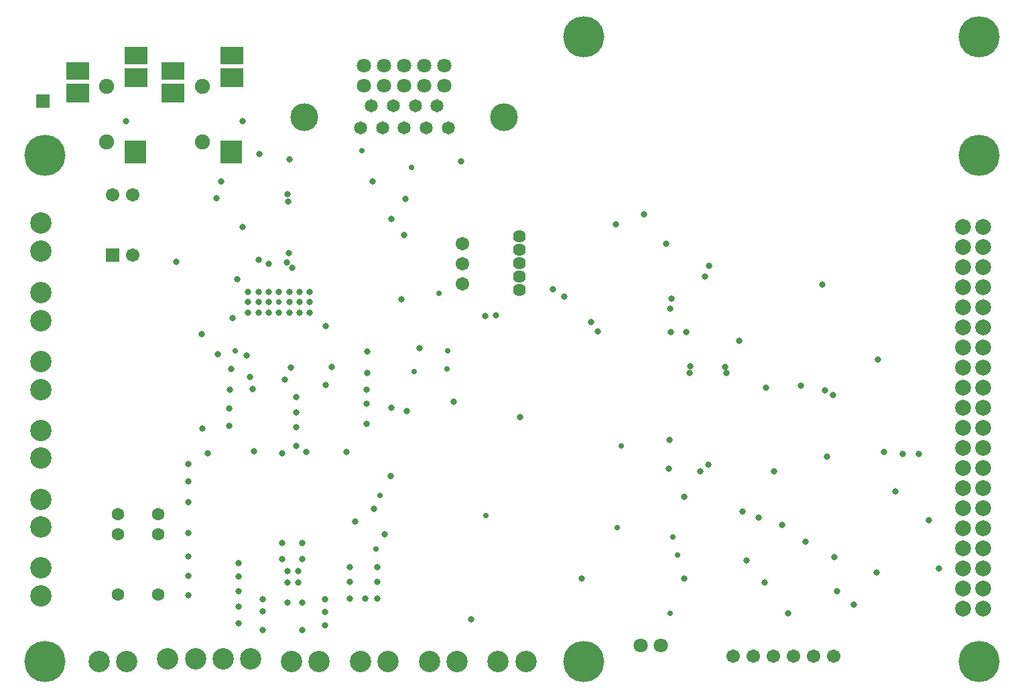
<source format=gbs>
G04 Layer_Color=16711935*
%FSLAX25Y25*%
%MOIN*%
G70*
G01*
G75*
%ADD50C,0.06500*%
%ADD78R,0.11824X0.08674*%
%ADD79R,0.11824X0.09461*%
%ADD80R,0.11036X0.11824*%
%ADD104C,0.07493*%
%ADD105C,0.07099*%
%ADD106C,0.13800*%
%ADD107C,0.10642*%
%ADD108C,0.03200*%
%ADD109C,0.02800*%
%ADD110C,0.06706*%
%ADD111C,0.20485*%
%ADD112C,0.06391*%
%ADD113R,0.06706X0.06706*%
%ADD114R,0.06706X0.06706*%
%ADD115C,0.06312*%
%ADD116C,0.07887*%
%ADD117C,0.03202*%
D50*
X214775Y294578D02*
D03*
X203875D02*
D03*
X192975D02*
D03*
X182075D02*
D03*
X220225Y283378D02*
D03*
X209325D02*
D03*
X198425D02*
D03*
X187525D02*
D03*
X176625D02*
D03*
D78*
X83465Y312008D02*
D03*
X112598Y319488D02*
D03*
X35827Y312008D02*
D03*
X64961Y319488D02*
D03*
D79*
X112598Y308465D02*
D03*
X83465Y300984D02*
D03*
X64961Y308465D02*
D03*
X35827Y300984D02*
D03*
D80*
X112205Y271457D02*
D03*
X64567D02*
D03*
D104*
X98032Y276575D02*
D03*
Y304134D02*
D03*
X50394Y276575D02*
D03*
Y304134D02*
D03*
X98032Y276575D02*
D03*
Y304134D02*
D03*
D105*
X325984Y25984D02*
D03*
X316142D02*
D03*
X218425Y314449D02*
D03*
X208425D02*
D03*
X218425Y304449D02*
D03*
X208425D02*
D03*
X198425Y314449D02*
D03*
Y304449D02*
D03*
X188425Y314449D02*
D03*
Y304449D02*
D03*
X178425D02*
D03*
Y314449D02*
D03*
D106*
X248125Y288978D02*
D03*
X148725D02*
D03*
D107*
X17717Y222244D02*
D03*
Y236024D02*
D03*
Y50591D02*
D03*
Y64370D02*
D03*
X60433Y17791D02*
D03*
X46654D02*
D03*
X122047Y19291D02*
D03*
X108268D02*
D03*
X94488D02*
D03*
X80709D02*
D03*
X156102Y17717D02*
D03*
X142323D02*
D03*
X190354D02*
D03*
X176575D02*
D03*
X258858D02*
D03*
X245079D02*
D03*
X224606D02*
D03*
X210827D02*
D03*
X17717Y119095D02*
D03*
Y132874D02*
D03*
Y153347D02*
D03*
Y167126D02*
D03*
Y187598D02*
D03*
Y201378D02*
D03*
Y84842D02*
D03*
Y98622D02*
D03*
D108*
X151476Y191643D02*
D03*
X146358D02*
D03*
X141240D02*
D03*
X136122D02*
D03*
X131004D02*
D03*
X125885D02*
D03*
X120767D02*
D03*
X151476Y196761D02*
D03*
X146358D02*
D03*
X141240D02*
D03*
X131004D02*
D03*
X125885D02*
D03*
X120767D02*
D03*
X151476Y201880D02*
D03*
X146358D02*
D03*
X141240D02*
D03*
X136122D02*
D03*
X131004D02*
D03*
X125885D02*
D03*
X120767D02*
D03*
X454331Y121260D02*
D03*
X446457D02*
D03*
X174016Y87402D02*
D03*
X121653Y159449D02*
D03*
X138976Y158268D02*
D03*
X142126Y164173D02*
D03*
X162205Y164567D02*
D03*
X398031Y77559D02*
D03*
X422047Y46063D02*
D03*
X112992Y188976D02*
D03*
X159449Y184861D02*
D03*
X59842Y287008D02*
D03*
X118110D02*
D03*
X459449Y88189D02*
D03*
X389370Y41732D02*
D03*
X437008Y122047D02*
D03*
X412205Y69685D02*
D03*
X377559Y57087D02*
D03*
X433858Y168110D02*
D03*
X286614Y59055D02*
D03*
X337795Y100000D02*
D03*
X329921Y113779D02*
D03*
X337795Y59055D02*
D03*
X368504Y68110D02*
D03*
X364961Y177559D02*
D03*
X406299Y205512D02*
D03*
X331447Y198524D02*
D03*
X338583Y181890D02*
D03*
X330709Y193524D02*
D03*
X331102Y181890D02*
D03*
X442520Y102362D02*
D03*
X374803Y89370D02*
D03*
X231496Y38976D02*
D03*
X357874Y164567D02*
D03*
X358661Y161417D02*
D03*
X340158D02*
D03*
X340551Y164961D02*
D03*
X179921Y172047D02*
D03*
X382283Y112598D02*
D03*
X395669Y155118D02*
D03*
X97638Y180709D02*
D03*
X98032Y133858D02*
D03*
X291339Y187008D02*
D03*
X294488Y182283D02*
D03*
X317717Y240551D02*
D03*
X303543Y235433D02*
D03*
X198425Y230315D02*
D03*
X226772Y266929D02*
D03*
X411811Y150394D02*
D03*
X407776Y152756D02*
D03*
X192126Y144095D02*
D03*
X188583Y81102D02*
D03*
X199606Y142520D02*
D03*
X183465Y93701D02*
D03*
X433465Y62205D02*
D03*
X413779Y52756D02*
D03*
X408661Y119685D02*
D03*
X277953Y199606D02*
D03*
X238583Y189764D02*
D03*
X85039Y216929D02*
D03*
X115354Y208268D02*
D03*
X140945Y221260D02*
D03*
X125984Y217717D02*
D03*
X222835Y147244D02*
D03*
X255906Y139370D02*
D03*
X272441Y203150D02*
D03*
X378346Y154331D02*
D03*
X140551Y246850D02*
D03*
X182677Y256693D02*
D03*
X196850Y198031D02*
D03*
X107480Y256693D02*
D03*
X141339Y267717D02*
D03*
X328740Y225984D02*
D03*
X366535Y92520D02*
D03*
X244094Y190157D02*
D03*
X198819Y248031D02*
D03*
X192126Y238189D02*
D03*
X126378Y270472D02*
D03*
X118110Y234252D02*
D03*
X140157Y250394D02*
D03*
X105118Y248425D02*
D03*
X131102Y215748D02*
D03*
X139960Y216535D02*
D03*
X142519Y213780D02*
D03*
X345669Y112598D02*
D03*
X349606Y115748D02*
D03*
X348031Y209449D02*
D03*
X350031Y214929D02*
D03*
X330315Y128347D02*
D03*
X464173Y64173D02*
D03*
X105512Y170709D02*
D03*
X205905Y174015D02*
D03*
X120079Y170079D02*
D03*
X191732Y110236D02*
D03*
D109*
X136122Y196761D02*
D03*
X306299Y125197D02*
D03*
X330709Y41732D02*
D03*
X334252Y70866D02*
D03*
X331890Y79921D02*
D03*
X304331Y84646D02*
D03*
X201969Y263779D02*
D03*
X215748Y201181D02*
D03*
X177165Y272047D02*
D03*
X238976Y90551D02*
D03*
X114173Y172441D02*
D03*
X203150Y162205D02*
D03*
X220079Y172441D02*
D03*
X219685Y163386D02*
D03*
X184449Y73819D02*
D03*
X186221Y100394D02*
D03*
D110*
X362008Y20472D02*
D03*
X372008D02*
D03*
X382008D02*
D03*
X392008D02*
D03*
X402008D02*
D03*
X412008D02*
D03*
X63150Y220079D02*
D03*
X63150Y250079D02*
D03*
X53150D02*
D03*
X227165Y215748D02*
D03*
Y225748D02*
D03*
Y205748D02*
D03*
D111*
X19685Y269685D02*
D03*
X484252D02*
D03*
X19685Y17717D02*
D03*
X484252Y328740D02*
D03*
Y17717D02*
D03*
X287717D02*
D03*
Y328740D02*
D03*
D112*
X255512Y202756D02*
D03*
Y209449D02*
D03*
Y216142D02*
D03*
Y222835D02*
D03*
Y229528D02*
D03*
D113*
X53150Y220079D02*
D03*
D114*
X18504Y296850D02*
D03*
D115*
X75906Y81339D02*
D03*
X55905Y51339D02*
D03*
X75906Y51339D02*
D03*
Y91339D02*
D03*
X55905D02*
D03*
Y81339D02*
D03*
D116*
X486378Y44094D02*
D03*
X476378D02*
D03*
X486378Y54094D02*
D03*
X476378D02*
D03*
X486378Y64095D02*
D03*
X476378D02*
D03*
X486378Y74094D02*
D03*
X476378D02*
D03*
X486378Y84095D02*
D03*
X476378D02*
D03*
X486378Y94095D02*
D03*
X476378D02*
D03*
X486378Y104095D02*
D03*
X476378D02*
D03*
X486378Y114094D02*
D03*
X476378D02*
D03*
X486378Y124094D02*
D03*
X476378D02*
D03*
X486378Y134095D02*
D03*
X476378D02*
D03*
X486378Y144095D02*
D03*
X476378D02*
D03*
X486378Y154095D02*
D03*
X476378D02*
D03*
X486378Y164094D02*
D03*
X476378D02*
D03*
X486378Y174094D02*
D03*
X476378D02*
D03*
X486378Y184095D02*
D03*
X476378D02*
D03*
X486378Y194095D02*
D03*
X476378D02*
D03*
X486378Y204095D02*
D03*
X476378D02*
D03*
X486378Y214094D02*
D03*
X476378D02*
D03*
X486378Y224095D02*
D03*
X476378D02*
D03*
X486378Y234095D02*
D03*
X476378D02*
D03*
D117*
X185039Y64961D02*
D03*
X171260D02*
D03*
Y49213D02*
D03*
X179134D02*
D03*
X185039D02*
D03*
Y57480D02*
D03*
X147638Y33465D02*
D03*
Y47244D02*
D03*
Y76772D02*
D03*
X137795D02*
D03*
Y68898D02*
D03*
X147638D02*
D03*
X145669Y62992D02*
D03*
Y57087D02*
D03*
X140157D02*
D03*
Y62992D02*
D03*
Y47244D02*
D03*
X127953Y48819D02*
D03*
Y42913D02*
D03*
Y33465D02*
D03*
X159055Y48819D02*
D03*
Y42520D02*
D03*
Y35827D02*
D03*
X116142Y66929D02*
D03*
Y60236D02*
D03*
Y52756D02*
D03*
Y45276D02*
D03*
Y37008D02*
D03*
X169685Y122047D02*
D03*
X149606D02*
D03*
X123622Y122441D02*
D03*
X137795Y121653D02*
D03*
X144488Y125197D02*
D03*
Y134646D02*
D03*
Y141732D02*
D03*
Y149606D02*
D03*
X159449Y155512D02*
D03*
X122835Y153543D02*
D03*
X111811Y153150D02*
D03*
X112205Y163386D02*
D03*
X179528Y136221D02*
D03*
Y146063D02*
D03*
Y153150D02*
D03*
X179921Y161417D02*
D03*
X111417Y135039D02*
D03*
Y143701D02*
D03*
X90945Y97244D02*
D03*
Y107480D02*
D03*
Y116142D02*
D03*
X100787Y121653D02*
D03*
X90945Y81890D02*
D03*
Y70079D02*
D03*
Y60630D02*
D03*
Y50787D02*
D03*
X386221Y85827D02*
D03*
X171260Y57480D02*
D03*
M02*

</source>
